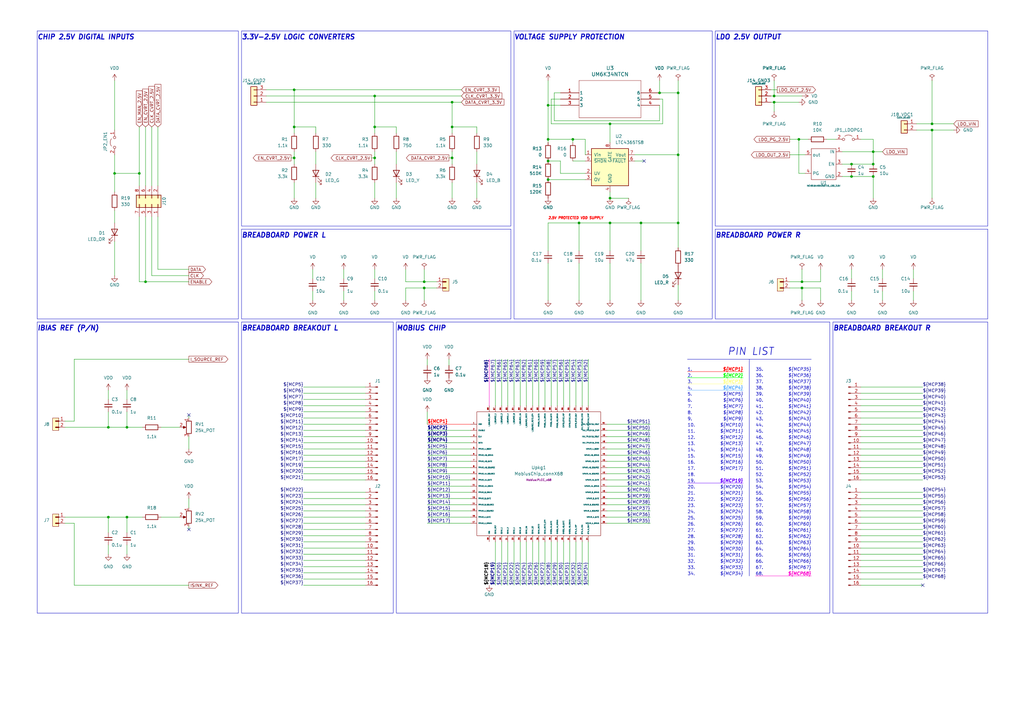
<source format=kicad_sch>
(kicad_sch (version 20250114) (generator "eeschema") (generator_version "9.0")
  (paper "A3")
  (title_block (title "MOSbiusPCB_v3b_2025") (date "2025-02-07") (rev "3.0") (company "Columbia Integrated Systems Laboratory (CISL)") (comment 1 "Simplified Breakout Board") (comment 2 "Changed Pin Assignment: P1 -> TopLeft  -> (Clockwise)"))
  (rectangle (start 99.06 12.7) (end 209.55 92.71))
  (rectangle (start 341.63 132.08) (end 405.13 251.46))
  (rectangle (start 15.24 12.7) (end 97.79 130.81))
  (rectangle (start 99.06 93.98) (end 209.55 130.81))
  (rectangle (start 15.24 132.08) (end 97.79 251.46))
  (rectangle (start 210.82 12.7) (end 292.1 130.81))
  (rectangle (start 293.37 93.98) (end 405.13 130.81))
  (rectangle (start 99.06 132.08) (end 161.29 251.46))
  (rectangle (start 162.56 132.08) (end 340.36 251.46))
  (rectangle (start 293.37 12.7) (end 405.13 92.71))
  (text "${MCP9}" (at 304.8 172.72 0) (effects (font (size 1.27 1.27) (italic yes)) (justify right bottom)))
  (text "18." (at 281.94 195.58 0) (effects (font (size 1.27 1.27)) (justify left bottom)))
  (text "${MCP61}\n" (at 332.74 218.44 0) (effects (font (size 1.27 1.27) (italic yes)) (justify right bottom)))
  (text "VOLTAGE SUPPLY PROTECTION " (at 210.82 16.51 0) (effects (font (size 2 2) (bold yes) (italic yes)) (justify left bottom)))
  (text "${MCP12}" (at 304.8 180.34 0) (effects (font (size 1.27 1.27) (italic yes)) (justify right bottom)))
  (text "65." (at 309.88 228.6 0) (effects (font (size 1.27 1.27)) (justify left bottom)))
  (text "BREADBOARD BREAKOUT R" (at 341.63 135.89 0) (effects (font (size 2 2) (bold yes) (italic yes)) (justify left bottom)))
  (text "58." (at 309.88 210.82 0) (effects (font (size 1.27 1.27)) (justify left bottom)))
  (text "39." (at 309.88 162.56 0) (effects (font (size 1.27 1.27)) (justify left bottom)))
  (text "12." (at 281.94 180.34 0) (effects (font (size 1.27 1.27)) (justify left bottom)))
  (text "55." (at 309.88 203.2 0) (effects (font (size 1.27 1.27)) (justify left bottom)))
  (text "${MCP66}\n" (at 332.74 231.14 0) (effects (font (size 1.27 1.27) (italic yes)) (justify right bottom)))
  (text "${MCP39}\n" (at 332.74 162.56 0) (effects (font (size 1.27 1.27) (italic yes)) (justify right bottom)))
  (text "${MCP55}\n" (at 332.74 203.2 0) (effects (font (size 1.27 1.27) (italic yes)) (justify right bottom)))
  (text "${MCP35}\n" (at 332.74 152.4 0) (effects (font (size 1.27 1.27) (italic yes)) (justify right bottom)))
  (text "59." (at 309.88 213.36 0) (effects (font (size 1.27 1.27)) (justify left bottom)))
  (text "${MCP57}\n" (at 332.74 208.28 0) (effects (font (size 1.27 1.27) (italic yes)) (justify right bottom)))
  (text "${MCP43}\n" (at 332.74 172.72 0) (effects (font (size 1.27 1.27) (italic yes)) (justify right bottom)))
  (text "44." (at 309.88 175.26 0) (effects (font (size 1.27 1.27)) (justify left bottom)))
  (text "1." (at 281.94 152.4 0) (effects (font (size 1.27 1.27)) (justify left bottom)))
  (text "${MCP27}" (at 304.8 218.44 0) (effects (font (size 1.27 1.27) (italic yes)) (justify right bottom)))
  (text "14." (at 281.94 185.42 0) (effects (font (size 1.27 1.27)) (justify left bottom)))
  (text "${MCP46}\n" (at 332.74 180.34 0) (effects (font (size 1.27 1.27) (italic yes)) (justify right bottom)))
  (text "19." (at 281.94 198.12 0) (effects (font (size 1.27 1.27)) (justify left bottom)))
  (text "60." (at 309.88 215.9 0) (effects (font (size 1.27 1.27)) (justify left bottom)))
  (text "${MCP44}\n" (at 332.74 175.26 0) (effects (font (size 1.27 1.27) (italic yes)) (justify right bottom)))
  (text "${MCP37}\n" (at 332.74 157.48 0) (effects (font (size 1.27 1.27) (italic yes)) (justify right bottom)))
  (text "66." (at 309.88 231.14 0) (effects (font (size 1.27 1.27)) (justify left bottom)))
  (text "41." (at 309.88 167.64 0) (effects (font (size 1.27 1.27)) (justify left bottom)))
  (text "42." (at 309.88 170.18 0) (effects (font (size 1.27 1.27)) (justify left bottom)))
  (text "31." (at 281.94 228.6 0) (effects (font (size 1.27 1.27)) (justify left bottom)))
  (text "${MCP4}" (at 304.8 160.02 0) (effects (font (size 1.27 1.27) (thickness 0.254) (bold yes) (italic yes)) (justify right bottom)))
  (text "22." (at 281.94 205.74 0) (effects (font (size 1.27 1.27)) (justify left bottom)))
  (text "BREADBOARD BREAKOUT L" (at 99.06 135.89 0) (effects (font (size 2 2) (bold yes) (italic yes)) (justify left bottom)))
  (text "${MCP18}" (at 304.8 195.58 0) (effects (font (size 1.27 1.27) (thickness 0.254) (bold yes) (italic yes)) (justify right bottom)))
  (text "2.5V PROTECTED VDD SUPPLY" (at 224.79 90.17 0) (effects (font (size 1 1) (thickness 0.4) (bold yes) (italic yes)) (justify left bottom)))
  (text "IBIAS REF (P/N)" (at 15.24 135.89 0) (effects (font (size 2 2) (bold yes) (italic yes)) (justify left bottom)))
  (text "40." (at 309.88 165.1 0) (effects (font (size 1.27 1.27)) (justify left bottom)))
  (text "${MCP7}" (at 304.8 167.64 0) (effects (font (size 1.27 1.27) (italic yes)) (justify right bottom)))
  (text "${MCP34}" (at 304.8 236.22 0) (effects (font (size 1.27 1.27) (italic yes)) (justify right bottom)))
  (text "${MCP51}\n" (at 332.74 193.04 0) (effects (font (size 1.27 1.27) (italic yes)) (justify right bottom)))
  (text "16." (at 281.94 190.5 0) (effects (font (size 1.27 1.27)) (justify left bottom)))
  (text "PIN LIST" (at 317.5 146.05 0) (effects (font (size 3 3) (thickness 0.254) (bold yes) (italic yes)) (justify right bottom)))
  (text "30." (at 281.94 226.06 0) (effects (font (size 1.27 1.27)) (justify left bottom)))
  (text "${MCP67}\n" (at 332.74 233.68 0) (effects (font (size 1.27 1.27) (italic yes)) (justify right bottom)))
  (text "67." (at 309.88 233.68 0) (effects (font (size 1.27 1.27)) (justify left bottom)))
  (text "57." (at 309.88 208.28 0) (effects (font (size 1.27 1.27)) (justify left bottom)))
  (text "2." (at 281.94 154.94 0) (effects (font (size 1.27 1.27)) (justify left bottom)))
  (text "LDO 2.5V OUTPUT" (at 293.37 16.51 0) (effects (font (size 2 2) (bold yes) (italic yes)) (justify left bottom)))
  (text "29." (at 281.94 223.52 0) (effects (font (size 1.27 1.27)) (justify left bottom)))
  (text "9." (at 281.94 172.72 0) (effects (font (size 1.27 1.27)) (justify left bottom)))
  (text "BREADBOARD POWER L" (at 99.06 97.79 0) (effects (font (size 2 2) (bold yes) (italic yes)) (justify left bottom)))
  (text "38." (at 309.88 160.02 0) (effects (font (size 1.27 1.27)) (justify left bottom)))
  (text "20." (at 281.94 200.66 0) (effects (font (size 1.27 1.27)) (justify left bottom)))
  (text "7." (at 281.94 167.64 0) (effects (font (size 1.27 1.27)) (justify left bottom)))
  (text "${MCP13}" (at 304.8 182.88 0) (effects (font (size 1.27 1.27) (italic yes)) (justify right bottom)))
  (text "${MCP29}" (at 304.8 223.52 0) (effects (font (size 1.27 1.27) (italic yes)) (justify right bottom)))
  (text "${MCP53}\n" (at 332.74 198.12 0) (effects (font (size 1.27 1.27) (italic yes)) (justify right bottom)))
  (text "46." (at 309.88 180.34 0) (effects (font (size 1.27 1.27)) (justify left bottom)))
  (text "${MCP10}" (at 304.8 175.26 0) (effects (font (size 1.27 1.27) (italic yes)) (justify right bottom)))
  (text "${MCP31}" (at 304.8 228.6 0) (effects (font (size 1.27 1.27) (italic yes)) (justify right bottom)))
  (text "${MCP3}" (at 304.8 157.48 0) (effects (font (size 1.27 1.27) (thickness 0.254) (bold yes) (italic yes)) (justify right bottom)))
  (text "15." (at 281.94 187.96 0) (effects (font (size 1.27 1.27)) (justify left bottom)))
  (text "${MCP42}\n" (at 332.74 170.18 0) (effects (font (size 1.27 1.27) (italic yes)) (justify right bottom)))
  (text "${MCP59}\n" (at 332.74 213.36 0) (effects (font (size 1.27 1.27) (italic yes)) (justify right bottom)))
  (text "56." (at 309.88 205.74 0) (effects (font (size 1.27 1.27)) (justify left bottom)))
  (text "36." (at 309.88 154.94 0) (effects (font (size 1.27 1.27)) (justify left bottom)))
  (text "23." (at 281.94 208.28 0) (effects (font (size 1.27 1.27)) (justify left bottom)))
  (text "6." (at 281.94 165.1 0) (effects (font (size 1.27 1.27)) (justify left bottom)))
  (text "${MCP14}" (at 304.8 185.42 0) (effects (font (size 1.27 1.27) (italic yes)) (justify right bottom)))
  (text "${MCP64}\n" (at 332.74 226.06 0) (effects (font (size 1.27 1.27) (italic yes)) (justify right bottom)))
  (text "11." (at 281.94 177.8 0) (effects (font (size 1.27 1.27)) (justify left bottom)))
  (text "${MCP30}" (at 304.8 226.06 0) (effects (font (size 1.27 1.27) (italic yes)) (justify right bottom)))
  (text "${MCP20}" (at 304.8 200.66 0) (effects (font (size 1.27 1.27) (italic yes)) (justify right bottom)))
  (text "${MCP17}" (at 304.8 193.04 0) (effects (font (size 1.27 1.27) (italic yes)) (justify right bottom)))
  (text "28." (at 281.94 220.98 0) (effects (font (size 1.27 1.27)) (justify left bottom)))
  (text "21." (at 281.94 203.2 0) (effects (font (size 1.27 1.27)) (justify left bottom)))
  (text "62." (at 309.88 220.98 0) (effects (font (size 1.27 1.27)) (justify left bottom)))
  (text "24." (at 281.94 210.82 0) (effects (font (size 1.27 1.27)) (justify left bottom)))
  (text "${MCP5}" (at 304.8 162.56 0) (effects (font (size 1.27 1.27) (italic yes)) (justify right bottom)))
  (text "37." (at 309.88 157.48 0) (effects (font (size 1.27 1.27)) (justify left bottom)))
  (text "48." (at 309.88 185.42 0) (effects (font (size 1.27 1.27)) (justify left bottom)))
  (text "${MCP49}\n" (at 332.74 187.96 0) (effects (font (size 1.27 1.27) (italic yes)) (justify right bottom)))
  (text "8." (at 281.94 170.18 0) (effects (font (size 1.27 1.27)) (justify left bottom)))
  (text "${MCP36}\n" (at 332.74 154.94 0) (effects (font (size 1.27 1.27) (italic yes)) (justify right bottom)))
  (text "${MCP58}\n" (at 332.74 210.82 0) (effects (font (size 1.27 1.27) (italic yes)) (justify right bottom)))
  (text "${MCP22}" (at 304.8 205.74 0) (effects (font (size 1.27 1.27) (italic yes)) (justify right bottom)))
  (text "CHIP 2.5V DIGITAL INPUTS" (at 15.24 16.51 0) (effects (font (size 2 2) (bold yes) (italic yes)) (justify left bottom)))
  (text "${MCP68}\n" (at 332.74 236.22 0) (effects (font (size 1.27 1.27) (thickness 0.254) (bold yes) (italic yes)) (justify right bottom)))
  (text "${MCP19}" (at 304.8 198.12 0) (effects (font (size 1.27 1.27) (thickness 0.254) (bold yes) (italic yes)) (justify right bottom)))
  (text "${MCP45}\n" (at 332.74 177.8 0) (effects (font (size 1.27 1.27) (italic yes)) (justify right bottom)))
  (text "${MCP50}\n" (at 332.74 190.5 0) (effects (font (size 1.27 1.27) (italic yes)) (justify right bottom)))
  (text "32." (at 281.94 231.14 0) (effects (font (size 1.27 1.27)) (justify left bottom)))
  (text "10." (at 281.94 175.26 0) (effects (font (size 1.27 1.27)) (justify left bottom)))
  (text "43." (at 309.88 172.72 0) (effects (font (size 1.27 1.27)) (justify left bottom)))
  (text "${MCP62}\n" (at 332.74 220.98 0) (effects (font (size 1.27 1.27) (italic yes)) (justify right bottom)))
  (text "${MCP1}" (at 304.8 152.4 0) (effects (font (size 1.27 1.27) (thickness 0.254) (bold yes) (italic yes)) (justify right bottom)))
  (text "${MCP38}\n" (at 332.74 160.02 0) (effects (font (size 1.27 1.27) (italic yes)) (justify right bottom)))
  (text "13." (at 281.94 182.88 0) (effects (font (size 1.27 1.27)) (justify left bottom)))
  (text "63." (at 309.88 223.52 0) (effects (font (size 1.27 1.27)) (justify left bottom)))
  (text "${MCP11}" (at 304.8 177.8 0) (effects (font (size 1.27 1.27) (italic yes)) (justify right bottom)))
  (text "${MCP23}" (at 304.8 208.28 0) (effects (font (size 1.27 1.27) (italic yes)) (justify right bottom)))
  (text "${MCP24}" (at 304.8 210.82 0) (effects (font (size 1.27 1.27) (italic yes)) (justify right bottom)))
  (text "68." (at 309.88 236.22 0) (effects (font (size 1.27 1.27)) (justify left bottom)))
  (text "45." (at 309.88 177.8 0) (effects (font (size 1.27 1.27)) (justify left bottom)))
  (text "26." (at 281.94 215.9 0) (effects (font (size 1.27 1.27)) (justify left bottom)))
  (text "${MCP48}\n" (at 332.74 185.42 0) (effects (font (size 1.27 1.27) (italic yes)) (justify right bottom)))
  (text "5." (at 281.94 162.56 0) (effects (font (size 1.27 1.27)) (justify left bottom)))
  (text "${MCP41}\n" (at 332.74 167.64 0) (effects (font (size 1.27 1.27) (italic yes)) (justify right bottom)))
  (text "35." (at 309.88 152.4 0) (effects (font (size 1.27 1.27)) (justify left bottom)))
  (text "${MCP16}" (at 304.8 190.5 0) (effects (font (size 1.27 1.27) (italic yes)) (justify right bottom)))
  (text "${MCP56}\n" (at 332.74 205.74 0) (effects (font (size 1.27 1.27) (italic yes)) (justify right bottom)))
  (text "33." (at 281.94 233.68 0) (effects (font (size 1.27 1.27)) (justify left bottom)))
  (text "${MCP26}" (at 304.8 215.9 0) (effects (font (size 1.27 1.27) (italic yes)) (justify right bottom)))
  (text "${MCP21}" (at 304.8 203.2 0) (effects (font (size 1.27 1.27) (italic yes)) (justify right bottom)))
  (text "54." (at 309.88 200.66 0) (effects (font (size 1.27 1.27)) (justify left bottom)))
  (text "64." (at 309.88 226.06 0) (effects (font (size 1.27 1.27)) (justify left bottom)))
  (text "BREADBOARD POWER R" (at 293.37 97.79 0) (effects (font (size 2 2) (bold yes) (italic yes)) (justify left bottom)))
  (text "17." (at 281.94 193.04 0) (effects (font (size 1.27 1.27)) (justify left bottom)))
  (text "${MCP52}\n" (at 332.74 195.58 0) (effects (font (size 1.27 1.27) (italic yes)) (justify right bottom)))
  (text "${MCP60}\n" (at 332.74 215.9 0) (effects (font (size 1.27 1.27) (italic yes)) (justify right bottom)))
  (text "3.3V-2.5V LOGIC CONVERTERS" (at 99.06 16.51 0) (effects (font (size 2 2) (bold yes) (italic yes)) (justify left bottom)))
  (text "47." (at 309.88 182.88 0) (effects (font (size 1.27 1.27)) (justify left bottom)))
  (text "${MCP63}\n" (at 332.74 223.52 0) (effects (font (size 1.27 1.27) (italic yes)) (justify right bottom)))
  (text "${MCP6}" (at 304.8 165.1 0) (effects (font (size 1.27 1.27) (italic yes)) (justify right bottom)))
  (text "27." (at 281.94 218.44 0) (effects (font (size 1.27 1.27)) (justify left bottom)))
  (text "${MCP40}\n" (at 332.74 165.1 0) (effects (font (size 1.27 1.27) (italic yes)) (justify right bottom)))
  (text "61." (at 309.88 218.44 0) (effects (font (size 1.27 1.27)) (justify left bottom)))
  (text "4." (at 281.94 160.02 0) (effects (font (size 1.27 1.27)) (justify left bottom)))
  (text "${MCP32}" (at 304.8 231.14 0) (effects (font (size 1.27 1.27) (italic yes)) (justify right bottom)))
  (text "52." (at 309.88 195.58 0) (effects (font (size 1.27 1.27)) (justify left bottom)))
  (text "${MCP54}\n" (at 332.74 200.66 0) (effects (font (size 1.27 1.27) (italic yes)) (justify right bottom)))
  (text "${MCP15}" (at 304.8 187.96 0) (effects (font (size 1.27 1.27) (italic yes)) (justify right bottom)))
  (text "${MCP2}" (at 304.8 154.94 0) (effects (font (size 1.27 1.27) (thickness 0.254) (bold yes) (italic yes)) (justify right bottom)))
  (text "50." (at 309.88 190.5 0) (effects (font (size 1.27 1.27)) (justify left bottom)))
  (text "25." (at 281.94 213.36 0) (effects (font (size 1.27 1.27)) (justify left bottom)))
  (text "49." (at 309.88 187.96 0) (effects (font (size 1.27 1.27)) (justify left bottom)))
  (text "${MCP25}" (at 304.8 213.36 0) (effects (font (size 1.27 1.27) (italic yes)) (justify right bottom)))
  (text "${MCP8}" (at 304.8 170.18 0) (effects (font (size 1.27 1.27) (italic yes)) (justify right bottom)))
  (text "34." (at 281.94 236.22 0) (effects (font (size 1.27 1.27)) (justify left bottom)))
  (text "53." (at 309.88 198.12 0) (effects (font (size 1.27 1.27)) (justify left bottom)))
  (text "${MCP28}" (at 304.8 220.98 0) (effects (font (size 1.27 1.27) (italic yes)) (justify right bottom)))
  (text "${MCP33}" (at 304.8 233.68 0) (effects (font (size 1.27 1.27) (italic yes)) (justify right bottom)))
  (text "51." (at 309.88 193.04 0) (effects (font (size 1.27 1.27)) (justify left bottom)))
  (text "${MCP65}\n" (at 332.74 228.6 0) (effects (font (size 1.27 1.27) (italic yes)) (justify right bottom)))
  (text "3." (at 281.94 157.48 0) (effects (font (size 1.27 1.27)) (justify left bottom)))
  (text "${MCP47}\n" (at 332.74 182.88 0) (effects (font (size 1.27 1.27) (italic yes)) (justify right bottom)))
  (text "MOBIUS CHIP\n" (at 162.56 135.89 0) (effects (font (size 2 2) (bold yes) (italic yes)) (justify left bottom)))
  (junction (at 173.99 118.11))
  (junction (at 224.79 43.18))
  (junction (at 224.79 73.66))
  (junction (at 358.14 72.39))
  (junction (at 120.65 64.77))
  (junction (at 250.19 50.8))
  (junction (at 237.49 91.44))
  (junction (at 224.79 57.15))
  (junction (at 382.27 53.34))
  (junction (at 317.5 39.37))
  (junction (at 120.65 52.07))
  (junction (at 317.5 41.91))
  (junction (at 328.93 115.57))
  (junction (at 262.89 91.44))
  (junction (at 185.42 52.07))
  (junction (at 52.07 212.09))
  (junction (at 328.93 118.11))
  (junction (at 44.45 212.09))
  (junction (at 46.99 71.12))
  (junction (at 185.42 64.77))
  (junction (at 250.19 81.28))
  (junction (at 250.19 91.44))
  (junction (at 153.67 64.77))
  (junction (at 120.65 36.83))
  (junction (at 278.13 91.44))
  (junction (at 358.14 67.31))
  (junction (at 327.66 57.15))
  (junction (at 349.25 72.39))
  (junction (at 52.07 175.26))
  (junction (at 358.14 62.23))
  (junction (at 153.67 52.07))
  (junction (at 173.99 115.57))
  (junction (at 234.95 57.15))
  (junction (at 349.25 67.31))
  (junction (at 59.69 115.57))
  (junction (at 278.13 38.1))
  (junction (at 382.27 50.8))
  (junction (at 185.42 41.91))
  (junction (at 57.15 71.12))
  (junction (at 44.45 175.26))
  (junction (at 270.51 38.1))
  (junction (at 153.67 39.37))
  (junction (at 278.13 63.5))
  (junction (at 224.79 66.04))
  (no_connect (at 264.16 66.04))
  (no_connect (at 378.46 240.03))
  (no_connect (at 77.47 217.17))
  (no_connect (at 77.47 170.18))
  (wire (pts (xy 57.15 88.9) (xy 57.15 115.57)))
  (wire (pts (xy 153.67 39.37) (xy 189.23 39.37)))
  (wire (pts (xy 52.07 223.52) (xy 52.07 227.33)))
  (wire (pts (xy 175.26 176.53) (xy 193.04 176.53)))
  (wire (pts (xy 129.54 52.07) (xy 120.65 52.07)))
  (wire (pts (xy 358.14 57.15) (xy 353.06 57.15)))
  (wire (pts (xy 237.49 91.44) (xy 237.49 102.87)))
  (wire (pts (xy 175.26 186.69) (xy 193.04 186.69)))
  (wire (pts (xy 233.68 240.03) (xy 233.68 222.25)))
  (wire (pts (xy 248.92 204.47) (xy 266.7 204.47)))
  (wire (pts (xy 240.03 71.12) (xy 229.87 71.12)))
  (wire (pts (xy 149.86 191.77) (xy 124.46 191.77)))
  (wire (pts (xy 175.26 179.07) (xy 193.04 179.07)))
  (wire (pts (xy 378.46 214.63) (xy 353.06 214.63)))
  (wire (pts (xy 203.2 222.25) (xy 203.2 240.03)))
  (wire (pts (xy 234.95 57.15) (xy 234.95 58.42)))
  (wire (pts (xy 64.77 88.9) (xy 64.77 110.49)))
  (wire (pts (xy 327.66 57.15) (xy 327.66 71.12)))
  (wire (pts (xy 153.67 52.07) (xy 153.67 54.61)))
  (wire (pts (xy 52.07 160.02) (xy 52.07 163.83)))
  (wire (pts (xy 77.47 147.32) (xy 30.48 147.32)))
  (wire (pts (xy 129.54 52.07) (xy 129.54 54.61)))
  (wire (pts (xy 128.27 123.19) (xy 128.27 119.38)))
  (wire (pts (xy 149.86 229.87) (xy 124.46 229.87)))
  (wire (pts (xy 378.46 219.71) (xy 353.06 219.71)))
  (wire (pts (xy 215.9 240.03) (xy 215.9 222.25)))
  (wire (pts (xy 250.19 91.44) (xy 262.89 91.44)))
  (wire (pts (xy 378.46 212.09) (xy 353.06 212.09)))
  (wire (pts (xy 328.93 118.11) (xy 336.55 118.11)))
  (wire (pts (xy 175.26 212.09) (xy 193.04 212.09)))
  (wire (pts (xy 173.99 118.11) (xy 173.99 123.19)))
  (wire (pts (xy 205.74 147.32) (xy 205.74 166.37)))
  (wire (pts (xy 30.48 214.63) (xy 30.48 240.03)))
  (wire (pts (xy 173.99 118.11) (xy 166.37 118.11)))
  (wire (pts (xy 185.42 41.91) (xy 189.23 41.91)))
  (wire (pts (xy 353.06 173.99) (xy 378.46 173.99)))
  (wire (pts (xy 179.07 115.57) (xy 173.99 115.57)))
  (wire (pts (xy 175.26 184.15) (xy 193.04 184.15)))
  (wire (pts (xy 149.86 163.83) (xy 124.46 163.83)))
  (wire (pts (xy 378.46 232.41) (xy 353.06 232.41)))
  (wire (pts (xy 349.25 72.39) (xy 345.44 72.39)))
  (wire (pts (xy 44.45 175.26) (xy 52.07 175.26)))
  (wire (pts (xy 26.67 175.26) (xy 44.45 175.26)))
  (wire (pts (xy 220.98 240.03) (xy 220.98 222.25)))
  (wire (pts (xy 57.15 52.07) (xy 57.15 71.12)))
  (wire (pts (xy 58.42 175.26) (xy 52.07 175.26)))
  (wire (pts (xy 162.56 52.07) (xy 162.56 54.61)))
  (polyline (pts (xy 281.94 152.4) (xy 304.8 152.4)) (stroke (width 0) (type solid) (color 255 0 0 1)))
  (wire (pts (xy 353.06 240.03) (xy 378.46 240.03)))
  (wire (pts (xy 153.67 110.49) (xy 153.67 114.3)))
  (wire (pts (xy 248.92 201.93) (xy 266.7 201.93)))
  (wire (pts (xy 77.47 179.07) (xy 77.47 184.15)))
  (wire (pts (xy 353.06 163.83) (xy 378.46 163.83)))
  (wire (pts (xy 353.06 189.23) (xy 378.46 189.23)))
  (wire (pts (xy 375.92 50.8) (xy 382.27 50.8)))
  (wire (pts (xy 316.23 39.37) (xy 317.5 39.37)))
  (wire (pts (xy 229.87 66.04) (xy 224.79 66.04)))
  (wire (pts (xy 226.06 40.64) (xy 226.06 50.8)))
  (wire (pts (xy 227.33 38.1) (xy 227.33 49.53)))
  (wire (pts (xy 149.86 222.25) (xy 124.46 222.25)))
  (wire (pts (xy 185.42 64.77) (xy 185.42 67.31)))
  (wire (pts (xy 120.65 64.77) (xy 119.38 64.77)))
  (wire (pts (xy 361.95 62.23) (xy 358.14 62.23)))
  (wire (pts (xy 378.46 227.33) (xy 353.06 227.33)))
  (wire (pts (xy 26.67 212.09) (xy 44.45 212.09)))
  (polyline (pts (xy 281.94 198.12) (xy 304.8 198.12)) (stroke (width 0) (type solid) (color 103 0 255 1)))
  (wire (pts (xy 382.27 53.34) (xy 382.27 81.28)))
  (wire (pts (xy 231.14 240.03) (xy 231.14 222.25)))
  (wire (pts (xy 62.23 88.9) (xy 62.23 113.03)))
  (wire (pts (xy 270.51 38.1) (xy 278.13 38.1)))
  (wire (pts (xy 349.25 123.19) (xy 349.25 119.38)))
  (wire (pts (xy 213.36 240.03) (xy 213.36 222.25)))
  (wire (pts (xy 62.23 52.07) (xy 62.23 76.2)))
  (wire (pts (xy 336.55 118.11) (xy 336.55 123.19)))
  (wire (pts (xy 77.47 204.47) (xy 77.47 208.28)))
  (wire (pts (xy 234.95 57.15) (xy 240.03 57.15)))
  (wire (pts (xy 77.47 217.17) (xy 77.47 215.9)))
  (wire (pts (xy 378.46 209.55) (xy 353.06 209.55)))
  (wire (pts (xy 260.35 63.5) (xy 278.13 63.5)))
  (wire (pts (xy 149.86 176.53) (xy 124.46 176.53)))
  (wire (pts (xy 361.95 110.49) (xy 361.95 114.3)))
  (wire (pts (xy 153.67 123.19) (xy 153.67 119.38)))
  (wire (pts (xy 278.13 63.5) (xy 278.13 91.44)))
  (wire (pts (xy 30.48 147.32) (xy 30.48 172.72)))
  (wire (pts (xy 129.54 74.93) (xy 129.54 81.28)))
  (wire (pts (xy 149.86 158.75) (xy 124.46 158.75)))
  (wire (pts (xy 233.68 147.32) (xy 233.68 166.37)))
  (wire (pts (xy 250.19 78.74) (xy 250.19 81.28)))
  (wire (pts (xy 382.27 33.02) (xy 382.27 50.8)))
  (wire (pts (xy 323.85 115.57) (xy 328.93 115.57)))
  (wire (pts (xy 378.46 204.47) (xy 353.06 204.47)))
  (wire (pts (xy 149.86 186.69) (xy 124.46 186.69)))
  (wire (pts (xy 328.93 115.57) (xy 336.55 115.57)))
  (wire (pts (xy 226.06 50.8) (xy 250.19 50.8)))
  (wire (pts (xy 66.04 175.26) (xy 73.66 175.26)))
  (wire (pts (xy 149.86 212.09) (xy 124.46 212.09)))
  (wire (pts (xy 44.45 227.33) (xy 44.45 223.52)))
  (wire (pts (xy 238.76 240.03) (xy 238.76 222.25)))
  (wire (pts (xy 229.87 38.1) (xy 227.33 38.1)))
  (wire (pts (xy 228.6 240.03) (xy 228.6 222.25)))
  (wire (pts (xy 185.42 41.91) (xy 185.42 52.07)))
  (wire (pts (xy 215.9 147.32) (xy 215.9 166.37)))
  (wire (pts (xy 323.85 57.15) (xy 327.66 57.15)))
  (wire (pts (xy 248.92 184.15) (xy 266.7 184.15)))
  (wire (pts (xy 149.86 227.33) (xy 124.46 227.33)))
  (wire (pts (xy 248.92 199.39) (xy 266.7 199.39)))
  (wire (pts (xy 44.45 212.09) (xy 52.07 212.09)))
  (wire (pts (xy 353.06 186.69) (xy 378.46 186.69)))
  (wire (pts (xy 270.51 43.18) (xy 270.51 49.53)))
  (wire (pts (xy 224.79 43.18) (xy 229.87 43.18)))
  (wire (pts (xy 153.67 64.77) (xy 152.4 64.77)))
  (wire (pts (xy 52.07 212.09) (xy 52.07 218.44)))
  (wire (pts (xy 149.86 232.41) (xy 124.46 232.41)))
  (wire (pts (xy 46.99 71.12) (xy 46.99 78.74)))
  (wire (pts (xy 224.79 73.66) (xy 240.03 73.66)))
  (wire (pts (xy 224.79 91.44) (xy 237.49 91.44)))
  (wire (pts (xy 248.92 186.69) (xy 266.7 186.69)))
  (wire (pts (xy 175.26 204.47) (xy 193.04 204.47)))
  (wire (pts (xy 353.06 166.37) (xy 378.46 166.37)))
  (wire (pts (xy 250.19 81.28) (xy 257.81 81.28)))
  (wire (pts (xy 208.28 147.32) (xy 208.28 166.37)))
  (wire (pts (xy 185.42 64.77) (xy 184.15 64.77)))
  (wire (pts (xy 353.06 194.31) (xy 378.46 194.31)))
  (wire (pts (xy 228.6 147.32) (xy 228.6 166.37)))
  (wire (pts (xy 224.79 57.15) (xy 224.79 58.42)))
  (wire (pts (xy 46.99 33.02) (xy 46.99 53.34)))
  (wire (pts (xy 218.44 240.03) (xy 218.44 222.25)))
  (wire (pts (xy 248.92 181.61) (xy 266.7 181.61)))
  (wire (pts (xy 262.89 91.44) (xy 278.13 91.44)))
  (polyline (pts (xy 281.94 154.94) (xy 304.8 154.94)) (stroke (width 0) (type solid) (color 0 255 0 1)))
  (wire (pts (xy 382.27 53.34) (xy 391.16 53.34)))
  (wire (pts (xy 44.45 160.02) (xy 44.45 163.83)))
  (polyline (pts (xy 281.94 147.32) (xy 332.74 147.32)) (stroke (width 0) (type solid)))
  (wire (pts (xy 149.86 204.47) (xy 124.46 204.47)))
  (wire (pts (xy 224.79 43.18) (xy 224.79 57.15)))
  (wire (pts (xy 175.26 201.93) (xy 193.04 201.93)))
  (wire (pts (xy 175.26 168.91) (xy 175.26 173.99)))
  (wire (pts (xy 149.86 196.85) (xy 124.46 196.85)))
  (wire (pts (xy 378.46 217.17) (xy 353.06 217.17)))
  (wire (pts (xy 224.79 107.95) (xy 224.79 123.19)))
  (wire (pts (xy 175.26 189.23) (xy 193.04 189.23)))
  (wire (pts (xy 358.14 67.31) (xy 349.25 67.31)))
  (wire (pts (xy 317.5 41.91) (xy 317.5 45.72)))
  (wire (pts (xy 353.06 161.29) (xy 378.46 161.29)))
  (wire (pts (xy 361.95 123.19) (xy 361.95 119.38)))
  (wire (pts (xy 77.47 170.18) (xy 77.47 171.45)))
  (wire (pts (xy 175.26 147.32) (xy 175.26 149.86)))
  (wire (pts (xy 64.77 52.07) (xy 64.77 76.2)))
  (wire (pts (xy 236.22 240.03) (xy 236.22 222.25)))
  (wire (pts (xy 378.46 234.95) (xy 353.06 234.95)))
  (wire (pts (xy 353.06 171.45) (xy 378.46 171.45)))
  (wire (pts (xy 203.2 147.32) (xy 203.2 166.37)))
  (wire (pts (xy 59.69 52.07) (xy 59.69 76.2)))
  (wire (pts (xy 317.5 33.02) (xy 317.5 39.37)))
  (wire (pts (xy 149.86 219.71) (xy 124.46 219.71)))
  (wire (pts (xy 57.15 71.12) (xy 57.15 76.2)))
  (wire (pts (xy 231.14 147.32) (xy 231.14 166.37)))
  (wire (pts (xy 264.16 66.04) (xy 260.35 66.04)))
  (wire (pts (xy 208.28 240.03) (xy 208.28 222.25)))
  (wire (pts (xy 210.82 147.32) (xy 210.82 166.37)))
  (wire (pts (xy 200.66 240.03) (xy 200.66 222.25)) (stroke (width 0) (color 255 255 255 1)))
  (wire (pts (xy 162.56 74.93) (xy 162.56 81.28)))
  (wire (pts (xy 278.13 91.44) (xy 278.13 101.6)))
  (wire (pts (xy 353.06 168.91) (xy 378.46 168.91)))
  (wire (pts (xy 250.19 50.8) (xy 271.78 50.8)))
  (wire (pts (xy 378.46 224.79) (xy 353.06 224.79)))
  (wire (pts (xy 120.65 52.07) (xy 120.65 54.61)))
  (wire (pts (xy 210.82 240.03) (xy 210.82 222.25)))
  (wire (pts (xy 318.77 36.83) (xy 316.23 36.83)))
  (wire (pts (xy 185.42 52.07) (xy 185.42 54.61)))
  (wire (pts (xy 59.69 115.57) (xy 77.47 115.57)))
  (wire (pts (xy 241.3 240.03) (xy 241.3 222.25)))
  (wire (pts (xy 46.99 91.44) (xy 46.99 86.36)))
  (wire (pts (xy 349.25 110.49) (xy 349.25 114.3)))
  (wire (pts (xy 175.26 181.61) (xy 193.04 181.61)))
  (wire (pts (xy 278.13 33.02) (xy 278.13 38.1)))
  (wire (pts (xy 195.58 52.07) (xy 195.58 54.61)))
  (wire (pts (xy 149.86 184.15) (xy 124.46 184.15)))
  (wire (pts (xy 328.93 110.49) (xy 328.93 115.57)))
  (wire (pts (xy 378.46 222.25) (xy 353.06 222.25)))
  (wire (pts (xy 378.46 229.87) (xy 353.06 229.87)))
  (wire (pts (xy 224.79 57.15) (xy 234.95 57.15)))
  (wire (pts (xy 353.06 191.77) (xy 378.46 191.77)))
  (wire (pts (xy 140.97 123.19) (xy 140.97 119.38)))
  (wire (pts (xy 220.98 147.32) (xy 220.98 166.37)))
  (wire (pts (xy 185.42 62.23) (xy 185.42 64.77)))
  (wire (pts (xy 317.5 41.91) (xy 316.23 41.91)))
  (wire (pts (xy 149.86 179.07) (xy 124.46 179.07)))
  (wire (pts (xy 184.15 147.32) (xy 184.15 149.86)))
  (wire (pts (xy 44.45 168.91) (xy 44.45 175.26)))
  (wire (pts (xy 77.47 240.03) (xy 30.48 240.03)))
  (wire (pts (xy 378.46 201.93) (xy 353.06 201.93)))
  (wire (pts (xy 179.07 118.11) (xy 173.99 118.11)))
  (polyline (pts (xy 281.94 160.02) (xy 304.8 160.02)) (stroke (width 0) (type solid) (color 90 173 255 1)))
  (wire (pts (xy 278.13 38.1) (xy 278.13 63.5)))
  (wire (pts (xy 149.86 240.03) (xy 124.46 240.03)))
  (polyline (pts (xy 281.94 157.48) (xy 304.8 157.48)) (stroke (width 0) (type solid) (color 255 255 124 1)))
  (wire (pts (xy 237.49 107.95) (xy 237.49 123.19)))
  (wire (pts (xy 175.26 209.55) (xy 193.04 209.55)))
  (wire (pts (xy 248.92 176.53) (xy 266.7 176.53)))
  (wire (pts (xy 229.87 40.64) (xy 226.06 40.64)))
  (wire (pts (xy 149.86 217.17) (xy 124.46 217.17)))
  (wire (pts (xy 166.37 110.49) (xy 166.37 115.57)))
  (wire (pts (xy 358.14 72.39) (xy 358.14 81.28)))
  (wire (pts (xy 248.92 214.63) (xy 266.7 214.63)))
  (wire (pts (xy 248.92 209.55) (xy 266.7 209.55)))
  (wire (pts (xy 240.03 63.5) (xy 240.03 57.15)))
  (wire (pts (xy 52.07 175.26) (xy 52.07 168.91)))
  (wire (pts (xy 375.92 53.34) (xy 382.27 53.34)))
  (wire (pts (xy 226.06 147.32) (xy 226.06 166.37)))
  (polyline (pts (xy 281.94 195.58) (xy 304.8 195.58)) (stroke (width 0) (type solid) (color 255 255 255 1)))
  (wire (pts (xy 46.99 63.5) (xy 46.99 71.12)))
  (wire (pts (xy 248.92 196.85) (xy 266.7 196.85)))
  (wire (pts (xy 317.5 39.37) (xy 328.93 39.37)))
  (wire (pts (xy 358.14 72.39) (xy 349.25 72.39)))
  (wire (pts (xy 250.19 107.95) (xy 250.19 123.19)))
  (wire (pts (xy 200.66 147.32) (xy 200.66 166.37)) (stroke (width 0) (color 251 0 201 1)))
  (wire (pts (xy 327.66 41.91) (xy 317.5 41.91)))
  (wire (pts (xy 238.76 147.32) (xy 238.76 166.37)))
  (wire (pts (xy 149.86 168.91) (xy 124.46 168.91)))
  (wire (pts (xy 149.86 214.63) (xy 124.46 214.63)))
  (wire (pts (xy 353.06 179.07) (xy 378.46 179.07)))
  (wire (pts (xy 323.85 118.11) (xy 328.93 118.11)))
  (wire (pts (xy 241.3 147.32) (xy 241.3 166.37)))
  (wire (pts (xy 234.95 66.04) (xy 240.03 66.04)))
  (wire (pts (xy 185.42 74.93) (xy 185.42 81.28)))
  (wire (pts (xy 30.48 214.63) (xy 26.67 214.63)))
  (wire (pts (xy 120.65 36.83) (xy 120.65 52.07)))
  (wire (pts (xy 175.26 191.77) (xy 193.04 191.77)))
  (wire (pts (xy 149.86 171.45) (xy 124.46 171.45)))
  (wire (pts (xy 153.67 64.77) (xy 153.67 67.31)))
  (wire (pts (xy 250.19 91.44) (xy 250.19 102.87)))
  (wire (pts (xy 213.36 147.32) (xy 213.36 166.37)))
  (wire (pts (xy 173.99 115.57) (xy 166.37 115.57)))
  (wire (pts (xy 149.86 201.93) (xy 124.46 201.93)))
  (wire (pts (xy 73.66 212.09) (xy 66.04 212.09)))
  (wire (pts (xy 166.37 118.11) (xy 166.37 123.19)))
  (wire (pts (xy 129.54 62.23) (xy 129.54 67.31)))
  (wire (pts (xy 227.33 49.53) (xy 270.51 49.53)))
  (wire (pts (xy 149.86 237.49) (xy 124.46 237.49)))
  (wire (pts (xy 185.42 52.07) (xy 195.58 52.07)))
  (wire (pts (xy 64.77 110.49) (xy 77.47 110.49)))
  (wire (pts (xy 328.93 118.11) (xy 328.93 123.19)))
  (wire (pts (xy 52.07 212.09) (xy 58.42 212.09)))
  (wire (pts (xy 175.26 196.85) (xy 193.04 196.85)))
  (wire (pts (xy 353.06 184.15) (xy 378.46 184.15)))
  (wire (pts (xy 205.74 240.03) (xy 205.74 222.25)))
  (wire (pts (xy 262.89 107.95) (xy 262.89 123.19)))
  (wire (pts (xy 224.79 33.02) (xy 224.79 43.18)))
  (wire (pts (xy 120.65 64.77) (xy 120.65 67.31)))
  (wire (pts (xy 44.45 212.09) (xy 44.45 218.44)))
  (wire (pts (xy 248.92 189.23) (xy 266.7 189.23)))
  (wire (pts (xy 120.65 74.93) (xy 120.65 81.28)))
  (wire (pts (xy 175.26 207.01) (xy 193.04 207.01)))
  (wire (pts (xy 353.06 181.61) (xy 378.46 181.61)))
  (wire (pts (xy 173.99 110.49) (xy 173.99 115.57)))
  (wire (pts (xy 327.66 57.15) (xy 331.47 57.15)))
  (wire (pts (xy 223.52 147.32) (xy 223.52 166.37)))
  (wire (pts (xy 109.22 39.37) (xy 153.67 39.37)))
  (wire (pts (xy 349.25 67.31) (xy 345.44 67.31)))
  (wire (pts (xy 153.67 52.07) (xy 162.56 52.07)))
  (wire (pts (xy 218.44 147.32) (xy 218.44 166.37)))
  (wire (pts (xy 330.2 71.12) (xy 327.66 71.12)))
  (wire (pts (xy 149.86 234.95) (xy 124.46 234.95)))
  (wire (pts (xy 175.26 173.99) (xy 193.04 173.99)) (stroke (width 0) (color 255 0 0 1)))
  (wire (pts (xy 149.86 194.31) (xy 124.46 194.31)))
  (wire (pts (xy 248.92 207.01) (xy 266.7 207.01)))
  (wire (pts (xy 358.14 62.23) (xy 358.14 67.31)))
  (wire (pts (xy 378.46 237.49) (xy 353.06 237.49)))
  (wire (pts (xy 149.86 209.55) (xy 124.46 209.55)))
  (wire (pts (xy 248.92 173.99) (xy 266.7 173.99)))
  (wire (pts (xy 109.22 36.83) (xy 120.65 36.83)))
  (wire (pts (xy 278.13 116.84) (xy 278.13 123.19)))
  (wire (pts (xy 248.92 194.31) (xy 266.7 194.31)))
  (wire (pts (xy 46.99 99.06) (xy 46.99 113.03)))
  (wire (pts (xy 374.65 110.49) (xy 374.65 114.3)))
  (wire (pts (xy 224.79 91.44) (xy 224.79 102.87)))
  (wire (pts (xy 149.86 181.61) (xy 124.46 181.61)))
  (wire (pts (xy 237.49 91.44) (xy 250.19 91.44)))
  (wire (pts (xy 195.58 62.23) (xy 195.58 67.31)))
  (wire (pts (xy 323.85 63.5) (xy 330.2 63.5)))
  (wire (pts (xy 149.86 189.23) (xy 124.46 189.23)))
  (wire (pts (xy 236.22 147.32) (xy 236.22 166.37)))
  (wire (pts (xy 140.97 110.49) (xy 140.97 114.3)))
  (wire (pts (xy 175.26 194.31) (xy 193.04 194.31)))
  (wire (pts (xy 149.86 224.79) (xy 124.46 224.79)))
  (polyline (pts (xy 307.34 147.32) (xy 307.34 236.22)) (stroke (width 0) (type solid)))
  (polyline (pts (xy 309.88 236.22) (xy 332.74 236.22)) (stroke (width 0) (type solid) (color 251 0 201 1)))
  (wire (pts (xy 175.26 214.63) (xy 193.04 214.63)))
  (wire (pts (xy 353.06 158.75) (xy 378.46 158.75)))
  (wire (pts (xy 46.99 71.12) (xy 57.15 71.12)))
  (wire (pts (xy 153.67 39.37) (xy 153.67 52.07)))
  (wire (pts (xy 149.86 173.99) (xy 124.46 173.99)))
  (wire (pts (xy 336.55 110.49) (xy 336.55 115.57)))
  (wire (pts (xy 223.52 240.03) (xy 223.52 222.25)))
  (wire (pts (xy 175.26 199.39) (xy 193.04 199.39)))
  (wire (pts (xy 62.23 113.03) (xy 77.47 113.03)))
  (wire (pts (xy 120.65 62.23) (xy 120.65 64.77)))
  (wire (pts (xy 271.78 50.8) (xy 271.78 40.64)))
  (wire (pts (xy 229.87 71.12) (xy 229.87 66.04)))
  (wire (pts (xy 109.22 41.91) (xy 185.42 41.91)))
  (wire (pts (xy 250.19 50.8) (xy 250.19 58.42)))
  (wire (pts (xy 248.92 212.09) (xy 266.7 212.09)))
  (wire (pts (xy 153.67 62.23) (xy 153.67 64.77)))
  (wire (pts (xy 378.46 207.01) (xy 353.06 207.01)))
  (wire (pts (xy 262.89 91.44) (xy 262.89 102.87)))
  (wire (pts (xy 353.06 176.53) (xy 378.46 176.53)))
  (wire (pts (xy 339.09 57.15) (xy 342.9 57.15)))
  (wire (pts (xy 57.15 115.57) (xy 59.69 115.57)))
  (wire (pts (xy 248.92 179.07) (xy 266.7 179.07)))
  (wire (pts (xy 382.27 50.8) (xy 391.16 50.8)))
  (wire (pts (xy 358.14 57.15) (xy 358.14 62.23)))
  (wire (pts (xy 30.48 172.72) (xy 26.67 172.72)))
  (wire (pts (xy 153.67 74.93) (xy 153.67 81.28)))
  (wire (pts (xy 149.86 166.37) (xy 124.46 166.37)))
  (wire (pts (xy 374.65 123.19) (xy 374.65 119.38)))
  (wire (pts (xy 162.56 62.23) (xy 162.56 67.31)))
  (wire (pts (xy 270.51 33.02) (xy 270.51 38.1)))
  (wire (pts (xy 59.69 88.9) (xy 59.69 115.57)))
  (wire (pts (xy 226.06 240.03) (xy 226.06 222.25)))
  (wire (pts (xy 358.14 62.23) (xy 345.44 62.23)))
  (wire (pts (xy 195.58 74.93) (xy 195.58 81.28)))
  (wire (pts (xy 149.86 207.01) (xy 124.46 207.01)))
  (wire (pts (xy 271.78 40.64) (xy 270.51 40.64)))
  (wire (pts (xy 120.65 36.83) (xy 189.23 36.83)))
  (wire (pts (xy 248.92 191.77) (xy 266.7 191.77)))
  (wire (pts (xy 128.27 110.49) (xy 128.27 114.3)))
  (wire (pts (xy 353.06 196.85) (xy 378.46 196.85)))
  (wire (pts (xy 149.86 161.29) (xy 124.46 161.29)))
  (label "${MCP32}" (at 124.46 227.33 180))
  (label "${MCP38}" (at 378.46 158.75 0))
  (label "${MCP22}" (at 210.82 240.03 90))
  (label "${MCP21}" (at 124.46 196.85 180))
  (label "${MCP50}" (at 266.7 176.53 180))
  (label "${MCP26}" (at 124.46 212.09 180))
  (label "${MCP67}" (at 203.2 147.32 270))
  (label "${MCP23}" (at 213.36 240.03 90))
  (label "${MCP66}" (at 378.46 232.41 0))
  (label "${MCP4}" (at 175.26 181.61 0) (effects (font (thickness 0.254) (bold yes))))
  (label "${MCP18}" (at 200.66 240.03 90) (effects (font (thickness 0.254) (bold yes))))
  (label "${MCP53}" (at 238.76 147.32 270))
  (label "${MCP8}" (at 124.46 166.37 180))
  (label "${MCP67}" (at 378.46 234.95 0))
  (label "${MCP44}" (at 266.7 191.77 180))
  (label "${MCP29}" (at 228.6 240.03 90))
  (label "${MCP23}" (at 124.46 204.47 180))
  (label "${MCP46}" (at 378.46 179.07 0))
  (label "${MCP25}" (at 218.44 240.03 90))
  (label "${MCP33}" (at 238.76 240.03 90))
  (label "${MCP14}" (at 175.26 207.01 0))
  (label "${MCP50}" (at 378.46 189.23 0))
  (label "${MCP39}" (at 266.7 204.47 180))
  (label "${MCP31}" (at 233.68 240.03 90))
  (label "${MCP49}" (at 266.7 179.07 180))
  (label "${MCP10}" (at 124.46 171.45 180))
  (label "${MCP64}" (at 210.82 147.32 270))
  (label "${MCP7}" (at 175.26 189.23 0))
  (label "${MCP49}" (at 378.46 186.69 0))
  (label "${MCP42}" (at 378.46 168.91 0))
  (label "${MCP11}" (at 124.46 173.99 180))
  (label "${MCP59}" (at 378.46 214.63 0))
  (label "${MCP56}" (at 378.46 207.01 0))
  (label "${MCP47}" (at 266.7 184.15 180))
  (label "${MCP24}" (at 215.9 240.03 90))
  (label "${MCP41}" (at 378.46 166.37 0))
  (label "${MCP12}" (at 124.46 176.53 180))
  (label "${MCP60}" (at 378.46 217.17 0))
  (label "${MCP6}" (at 124.46 161.29 180))
  (label "${MCP25}" (at 124.46 209.55 180))
  (label "${MCP45}" (at 378.46 176.53 0))
  (label "${MCP43}" (at 266.7 194.31 180))
  (label "${MCP19}" (at 203.2 240.03 90) (effects (font (thickness 0.254) (bold yes))))
  (label "${MCP1}" (at 175.26 173.99 0) (effects (font (thickness 0.254) (bold yes))))
  (label "${MCP41}" (at 266.7 199.39 180))
  (label "${MCP27}" (at 124.46 214.63 180))
  (label "${MCP58}" (at 378.46 212.09 0))
  (label "${MCP20}" (at 205.74 240.03 90))
  (label "${MCP12}" (at 175.26 201.93 0))
  (label "${MCP57}" (at 228.6 147.32 270))
  (label "${MCP52}" (at 241.3 147.32 270))
  (label "${MCP65}" (at 378.46 229.87 0))
  (label "${MCP56}" (at 231.14 147.32 270))
  (label "${MCP36}" (at 266.7 212.09 180))
  (label "${MCP66}" (at 205.74 147.32 270))
  (label "${MCP55}" (at 233.68 147.32 270))
  (label "${MCP21}" (at 208.28 240.03 90))
  (label "${MCP51}" (at 266.7 173.99 180))
  (label "${MCP40}" (at 378.46 163.83 0))
  (label "${MCP38}" (at 266.7 207.01 180))
  (label "${MCP5}" (at 124.46 158.75 180))
  (label "${MCP68}" (at 378.46 237.49 0))
  (label "${MCP33}" (at 124.46 229.87 180))
  (label "${MCP19}" (at 124.46 191.77 180))
  (label "${MCP9}" (at 124.46 168.91 180))
  (label "${MCP29}" (at 124.46 219.71 180))
  (label "${MCP58}" (at 226.06 147.32 270))
  (label "${MCP20}" (at 124.46 194.31 180))
  (label "${MCP17}" (at 124.46 189.23 180))
  (label "${MCP32}" (at 236.22 240.03 90))
  (label "${MCP30}" (at 124.46 222.25 180))
  (label "${MCP63}" (at 378.46 224.79 0))
  (label "${MCP40}" (at 266.7 201.93 180))
  (label "${MCP8}" (at 175.26 191.77 0))
  (label "${MCP54}" (at 236.22 147.32 270))
  (label "${MCP43}" (at 378.46 171.45 0))
  (label "${MCP3}" (at 175.26 179.07 0) (effects (font (thickness 0.254) (bold yes))))
  (label "${MCP16}" (at 175.26 212.09 0))
  (label "${MCP37}" (at 266.7 209.55 180))
  (label "${MCP10}" (at 175.26 196.85 0))
  (label "${MCP34}" (at 241.3 240.03 90))
  (label "${MCP51}" (at 378.46 191.77 0))
  (label "${MCP54}" (at 378.46 201.93 0))
  (label "${MCP15}" (at 124.46 184.15 180))
  (label "${MCP22}" (at 124.46 201.93 180))
  (label "${MCP5}" (at 175.26 184.15 0))
  (label "${MCP48}" (at 378.46 184.15 0))
  (label "${MCP9}" (at 175.26 194.31 0))
  (label "${MCP55}" (at 378.46 204.47 0))
  (label "${MCP46}" (at 266.7 186.69 180))
  (label "${MCP28}" (at 124.46 217.17 180))
  (label "${MCP17}" (at 175.26 214.63 0))
  (label "${MCP27}" (at 223.52 240.03 90))
  (label "${MCP15}" (at 175.26 209.55 0))
  (label "${MCP7}" (at 124.46 163.83 180))
  (label "${MCP31}" (at 124.46 224.79 180))
  (label "${MCP48}" (at 266.7 181.61 180))
  (label "${MCP44}" (at 378.46 173.99 0))
  (label "${MCP52}" (at 378.46 194.31 0))
  (label "${MCP60}" (at 220.98 147.32 270))
  (label "${MCP63}" (at 213.36 147.32 270))
  (label "${MCP42}" (at 266.7 196.85 180))
  (label "${MCP30}" (at 231.14 240.03 90))
  (label "${MCP34}" (at 124.46 232.41 180))
  (label "${MCP26}" (at 220.98 240.03 90))
  (label "${MCP53}" (at 378.46 196.85 0))
  (label "${MCP24}" (at 124.46 207.01 180))
  (label "${MCP14}" (at 124.46 181.61 180))
  (label "${MCP59}" (at 223.52 147.32 270))
  (label "${MCP35}" (at 124.46 234.95 180))
  (label "${MCP36}" (at 124.46 237.49 180))
  (label "${MCP61}" (at 378.46 219.71 0))
  (label "${MCP64}" (at 378.46 227.33 0))
  (label "${MCP61}" (at 218.44 147.32 270))
  (label "${MCP35}" (at 266.7 214.63 180))
  (label "${MCP16}" (at 124.46 186.69 180))
  (label "${MCP39}" (at 378.46 161.29 0))
  (label "${MCP2}" (at 175.26 176.53 0) (effects (font (thickness 0.254) (bold yes))))
  (label "${MCP11}" (at 175.26 199.39 0))
  (label "${MCP6}" (at 175.26 186.69 0))
  (label "${MCP13}" (at 124.46 179.07 180))
  (label "${MCP62}" (at 378.46 222.25 0))
  (label "${MCP47}" (at 378.46 181.61 0))
  (label "${MCP37}" (at 124.46 240.03 180))
  (label "${MCP65}" (at 208.28 147.32 270))
  (label "${MCP45}" (at 266.7 189.23 180))
  (label "${MCP57}" (at 378.46 209.55 0))
  (label "${MCP62}" (at 215.9 147.32 270))
  (label "${MCP68}" (at 200.66 147.32 270) (effects (font (thickness 0.254) (bold yes))))
  (label "${MCP28}" (at 226.06 240.03 90))
  (label "${MCP13}" (at 175.26 204.47 0))
  (global_label "EN_CVRT_2.5V" (shape output) (at 119.38 64.77 180) (property "Intersheetrefs" "${INTERSHEET_REFS}" (effects (hide yes))))
  (global_label "CLK" (shape output) (at 77.47 113.03 0) (property "Intersheetrefs" "${INTERSHEET_REFS}" (effects (hide yes))))
  (global_label "DATA_CVRT_2.5V" (shape output) (at 184.15 64.77 180) (property "Intersheetrefs" "${INTERSHEET_REFS}" (effects (hide yes))))
  (global_label "ISINK_REF" (shape output) (at 77.47 240.03 0) (property "Intersheetrefs" "${INTERSHEET_REFS}" (effects (hide yes))))
  (global_label "I_SOURCE_REF" (shape output) (at 77.47 147.32 0) (property "Intersheetrefs" "${INTERSHEET_REFS}" (effects (hide yes))))
  (global_label "CLK_CVRT_2.5V" (shape output) (at 152.4 64.77 180) (property "Intersheetrefs" "${INTERSHEET_REFS}" (effects (hide yes))))
  (global_label "CLK_CVRT_2.5V" (shape input) (at 62.23 52.07 90) (property "Intersheetrefs" "${INTERSHEET_REFS}" (effects (hide yes))))
  (global_label "CLK_CVRT_3.3V" (shape input) (at 189.23 39.37 0) (property "Intersheetrefs" "${INTERSHEET_REFS}" (effects (hide yes))))
  (global_label "DATA_CVRT_3.3V" (shape input) (at 189.23 41.91 0) (property "Intersheetrefs" "${INTERSHEET_REFS}" (effects (hide yes))))
  (global_label "EN_CVRT_2.5V" (shape input) (at 59.69 52.07 90) (property "Intersheetrefs" "${INTERSHEET_REFS}" (effects (hide yes))))
  (global_label "EN_MAN_2.5V" (shape input) (at 57.15 52.07 90) (property "Intersheetrefs" "${INTERSHEET_REFS}" (effects (hide yes))))
  (global_label "LDO_OUT_2.5V" (shape output) (at 323.85 63.5 180) (property "Intersheetrefs" "${INTERSHEET_REFS}" (effects (hide yes))))
  (global_label "DATA" (shape output) (at 77.47 110.49 0) (property "Intersheetrefs" "${INTERSHEET_REFS}" (effects (hide yes))))
  (global_label "LDO_OUT_2.5V" (shape output) (at 318.77 36.83 0) (property "Intersheetrefs" "${INTERSHEET_REFS}" (effects (hide yes))))
  (global_label "LDO_VIN" (shape input) (at 391.16 50.8 0) (property "Intersheetrefs" "${INTERSHEET_REFS}" (effects (hide yes))))
  (global_label "LDO_VIN" (shape input) (at 361.95 62.23 0) (property "Intersheetrefs" "${INTERSHEET_REFS}" (effects (hide yes))))
  (global_label "LDO_PG_2.5V" (shape output) (at 323.85 57.15 180) (property "Intersheetrefs" "${INTERSHEET_REFS}" (effects (hide yes))))
  (global_label "EN_CVRT_3.3V" (shape input) (at 189.23 36.83 0) (property "Intersheetrefs" "${INTERSHEET_REFS}" (effects (hide yes))))
  (global_label "DATA_CVRT_2.5V" (shape input) (at 64.77 52.07 90) (property "Intersheetrefs" "${INTERSHEET_REFS}" (effects (hide yes))))
  (global_label "ENABLE" (shape output) (at 77.47 115.57 0) (property "Intersheetrefs" "${INTERSHEET_REFS}" (effects (hide yes))))
  (symbol (lib_id "PCM_SL_Pin_Headers:PINHD_1x2_Male") (at 182.88 116.84 0) (unit 1)
    (property "Reference" "J5" (at 185.42 115.57 0) (effects (justify left)))
    (property "Value" "PINHD_1x2_Male" (effects (hide yes)))
    (property "Footprint" "Connector_PinHeader_2.54mm:PinHeader_1x02_P2.54mm_Vertical" (effects (hide yes)))
  )
  (symbol (lib_id "Symbols-Library:C_Small") (at 140.97 116.84 0) (unit 1)
    (property "Reference" "C9" (at 142.24 114.3 0) (effects (justify left)))
    (property "Value" "1u" (at 142.24 119.38 0) (effects (justify left)))
    (property "Footprint" "Capacitor_SMD:C_0603_1608Metric" (effects (hide yes)))
  )
  (symbol (lib_id "PCM_SL_Pin_Headers:PINHD_1x2_Male") (at 22.86 173.99 0) (mirror y) (unit 1)
    (property "Reference" "J8" (at 20.32 173.99 0) (effects (justify left)))
    (property "Value" "PINHD_1x2_Male" (effects (hide yes)))
    (property "Footprint" "Connector_PinHeader_2.54mm:PinHeader_1x02_P2.54mm_Vertical" (effects (hide yes)))
  )
  (symbol (lib_id "power:PWR_FLAG") (at 317.5 33.02 0) (unit 1)
    (property "Reference" "#FLG07" (effects (hide yes)))
    (property "Value" "PWR_FLAG" (at 317.5 27.94 0))
  )
  (symbol (lib_id "Symbols-Library:R_1206") (at 185.42 58.42 0) (unit 1)
    (property "Reference" "R5" (at 182.88 57.15 0) (effects (justify right)))
    (property "Value" "1.1k" (at 182.88 59.69 0) (effects (justify right)))
    (property "Footprint" "Resistor_SMD:R_0603_1608Metric" (effects (hide yes)))
  )
  (symbol (lib_id "Symbols-Library:C_Small") (at 128.27 116.84 0) (unit 1)
    (property "Reference" "C12" (at 129.54 114.3 0) (effects (justify left)))
    (property "Value" "10u" (at 129.54 119.38 0) (effects (justify left)))
    (property "Footprint" "Capacitor_SMD:C_0603_1608Metric" (effects (hide yes)))
  )
  (symbol (lib_id "power:VD") (at 374.65 110.49 0) (unit 1)
    (property "Reference" "#PWR032" (effects (hide yes)))
    (property "Value" "VD" (at 374.65 105.41 0))
  )
  (symbol (lib_id "power:GND") (at 250.19 81.28 0) (mirror y) (unit 1)
    (property "Reference" "#PWR036" (effects (hide yes)))
    (property "Value" "GND" (at 250.19 85.09 0))
  )
  (symbol (lib_id "Symbols-Library:LED") (at 129.54 71.12 90) (unit 1)
    (property "Reference" "D2" (at 133.35 71.4375 90) (effects (justify right)))
    (property "Value" "LED_G" (at 133.35 73.9775 90) (effects (justify right)))
    (property "Footprint" "E6350_23:SunLED_LED_XZC_0805" (effects (hide yes)))
  )
  (symbol (lib_id "Symbols-Library:R_1206") (at 185.42 71.12 0) (unit 1)
    (property "Reference" "R6" (at 182.88 69.85 0) (effects (justify right)))
    (property "Value" "3.3k" (at 182.88 72.39 0) (effects (justify right)))
    (property "Footprint" "Resistor_SMD:R_0603_1608Metric" (effects (hide yes)))
  )
  (symbol (lib_id "Symbols-Library:C_Small") (at 44.45 166.37 0) (unit 1)
    (property "Reference" "C3" (at 45.72 163.83 0) (effects (justify left)))
    (property "Value" "0.1u" (at 45.72 168.91 0) (effects (justify left)))
    (property "Footprint" "Capacitor_SMD:C_0603_1608Metric" (effects (hide yes)))
  )
  (symbol (lib_id "power:GND") (at 327.66 41.91 90) (mirror x) (unit 1)
    (property "Reference" "#PWR054" (effects (hide yes)))
    (property "Value" "GND" (at 331.47 41.91 90) (effects (justify right)))
  )
  (symbol (lib_id "Symbols-Library:C_Small") (at 358.14 69.85 0) (unit 1)
    (property "Reference" "C5" (at 360.68 68.5863 0) (effects (justify left)))
    (property "Value" "10u" (at 360.68 71.1263 0) (effects (justify left)))
    (property "Footprint" "Capacitor_SMD:C_0603_1608Metric" (effects (hide yes)))
  )
  (symbol (lib_id "Symbols-Library:R_1206") (at 335.28 57.15 90) (mirror x) (unit 1)
    (property "Reference" "R10" (at 335.28 50.8 90))
    (property "Value" "10K" (at 335.28 53.34 90))
    (property "Footprint" "Resistor_SMD:R_0603_1608Metric" (effects (hide yes)))
  )
  (symbol (lib_id "power:PWR_FLAG") (at 382.27 81.28 180) (unit 1)
    (property "Reference" "#FLG03" (effects (hide yes)))
    (property "Value" "PWR_FLAG" (at 382.27 85.09 0))
  )
  (symbol (lib_id "Symbols-Library:C_Small") (at 224.79 105.41 0) (mirror y) (unit 1)
    (property "Reference" "C17" (at 222.25 104.1463 0) (effects (justify left)))
    (property "Value" "0.1u" (at 222.25 106.6863 0) (effects (justify left)))
    (property "Footprint" "Capacitor_SMD:C_0603_1608Metric" (effects (hide yes)))
  )
  (symbol (lib_id "Symbols-Library:LED") (at 46.99 95.25 270) (mirror x) (unit 1)
    (property "Reference" "D1" (at 43.18 95.5675 90) (effects (justify right)))
    (property "Value" "LED_OR" (at 43.18 98.1075 90) (effects (justify right)))
    (property "Footprint" "E6350_23:SunLED_LED_XZC_0805" (effects (hide yes)))
  )
  (symbol (lib_id "Symbols-Library:R_1206") (at 129.54 58.42 0) (mirror y) (unit 1)
    (property "Reference" "R7" (at 132.08 57.1499 0) (effects (justify right)))
    (property "Value" "330" (at 132.08 59.6899 0) (effects (justify right)))
    (property "Footprint" "Resistor_SMD:R_0603_1608Metric" (effects (hide yes)))
  )
  (symbol (lib_id "Symbols-Library:R_1206") (at 234.95 62.23 0) (unit 1)
    (property "Reference" "R16" (at 232.41 60.96 0) (effects (justify right)))
    (property "Value" "0" (at 232.41 63.5 0) (effects (justify right)))
    (property "Footprint" "Resistor_SMD:R_0603_1608Metric" (effects (hide yes)))
  )
  (symbol (lib_id "Connector:Conn_01x16_Pin") (at 154.94 176.53 0) (mirror y) (unit 1)
    (property "Reference" "J1" (at 154.94 156.21 0))
    (property "Value" "Conn_01x16_Pin" (effects (hide yes)))
    (property "Footprint" "Connector_PinHeader_2.54mm:PinHeader_1x16_P2.54mm_Vertical" (effects (hide yes)))
  )
  (symbol (lib_id "Symbols-Library:LED") (at 278.13 113.03 270) (mirror x) (unit 1)
    (property "Reference" "D5" (at 274.32 113.3475 90) (effects (justify right)))
    (property "Value" "LED_R" (at 274.32 115.8875 90) (effects (justify right)))
    (property "Footprint" "E6350_23:SunLED_LED_XZC_0805" (effects (hide yes)))
  )
  (symbol (lib_id "power:VDD") (at 52.07 160.02 0) (unit 1)
    (property "Reference" "#PWR013" (effects (hide yes)))
    (property "Value" "VDD" (at 52.07 154.94 0))
  )
  (symbol (lib_id "Symbols-Library:C_Small") (at 44.45 220.98 0) (unit 1)
    (property "Reference" "C2" (at 45.72 218.44 0) (effects (justify left)))
    (property "Value" "0.1u" (at 45.72 223.52 0) (effects (justify left)))
    (property "Footprint" "Capacitor_SMD:C_0603_1608Metric" (effects (hide yes)))
  )
  (symbol (lib_id "Symbols-Library:Conn_01x02") (at 370.84 50.8 0) (mirror y) (unit 1)
    (property "Reference" "J18_VDC1" (at 374.65 46.99 0) (effects (justify left)))
    (property "Value" "Conn_01x02" (at 373.38 48.26 0) (effects (font (size 0.6 0.6)) (justify left)))
    (property "Footprint" "Connector_PinHeader_2.54mm:PinHeader_1x02_P2.54mm_Vertical" (effects (hide yes)))
  )
  (symbol (lib_id "Power_Management:LTC4365TS8") (at 250.19 68.58 0) (unit 1)
    (property "Reference" "U2" (at 252.3841 55.88 0) (effects (justify left)))
    (property "Value" "LTC4365TS8" (at 252.3841 58.42 0) (effects (justify left)))
    (property "Footprint" "E6350_23:TSOT-23_TS8_LIT" (effects (hide yes)))
    (property "Datasheet" "https://www.analog.com/media/en/technical-documentation/data-sheets/4365fa.pdf" (effects (hide yes)))
  )
  (symbol (lib_id "power:GND") (at 162.56 81.28 0) (unit 1)
    (property "Reference" "#PWR06" (effects (hide yes)))
    (property "Value" "GND" (at 162.56 85.09 0))
  )
  (symbol (lib_id "Symbols-Library:R_1206") (at 153.67 58.42 0) (unit 1)
    (property "Reference" "R3" (at 151.13 57.15 0) (effects (justify right)))
    (property "Value" "1.1k" (at 151.13 59.69 0) (effects (justify right)))
    (property "Footprint" "Resistor_SMD:R_0603_1608Metric" (effects (hide yes)))
  )
  (symbol (lib_id "power:GND") (at 153.67 123.19 0) (mirror y) (unit 1)
    (property "Reference" "#PWR031" (effects (hide yes)))
    (property "Value" "GND" (at 153.67 128.27 0))
  )
  (symbol (lib_id "Symbols-Library:C_Small") (at 374.65 116.84 0) (mirror y) (unit 1)
    (property "Reference" "C14" (at 373.38 114.3 0) (effects (justify left)))
    (property "Value" "10u" (at 373.38 119.38 0) (effects (justify left)))
    (property "Footprint" "Capacitor_SMD:C_0603_1608Metric" (effects (hide yes)))
  )
  (symbol (lib_id "power:VD") (at 349.25 110.49 0) (unit 1)
    (property "Reference" "#PWR028" (effects (hide yes)))
    (property "Value" "VD" (at 349.25 105.41 0))
  )
  (symbol (lib_id "power:PWR_FLAG") (at 382.27 33.02 0) (unit 1)
    (property "Reference" "#FLG01" (effects (hide yes)))
    (property "Value" "PWR_FLAG" (at 382.27 27.94 0))
  )
  (symbol (lib_id "power:GND") (at 349.25 123.19 0) (unit 1)
    (property "Reference" "#PWR041" (effects (hide yes)))
    (property "Value" "GND" (at 349.25 128.27 0))
  )
  (symbol (lib_id "power:PWR_FLAG") (at 278.13 33.02 0) (unit 1)
    (property "Reference" "#FLG04" (effects (hide yes)))
    (property "Value" "PWR_FLAG" (at 278.13 27.94 0))
  )
  (symbol (lib_id "power:VD") (at 166.37 110.49 0) (unit 1)
    (property "Reference" "#PWR050" (effects (hide yes)))
    (property "Value" "VD" (at 166.37 105.41 0))
  )
  (symbol (lib_id "Symbols-Library:R_1206") (at 62.23 212.09 270) (mirror x) (unit 1)
    (property "Reference" "R18" (at 62.23 208.28 90))
    (property "Value" "1.1k" (at 62.23 215.9 90))
    (property "Footprint" "Resistor_SMD:R_0603_1608Metric" (effects (hide yes)))
  )
  (symbol (lib_id "power:GND") (at 128.27 123.19 0) (mirror y) (unit 1)
    (property "Reference" "#PWR035" (effects (hide yes)))
    (property "Value" "GND" (at 128.27 128.27 0))
  )
  (symbol (lib_id "Symbols-Library:C_Small") (at 153.67 116.84 0) (unit 1)
    (property "Reference" "C10" (at 154.94 114.3 0) (effects (justify left)))
    (property "Value" "0.1u" (at 154.94 119.38 0) (effects (justify left)))
    (property "Footprint" "Capacitor_SMD:C_0603_1608Metric" (effects (hide yes)))
  )
  (symbol (lib_id "power:GND") (at 77.47 184.15 0) (mirror y) (unit 1)
    (property "Reference" "#PWR09" (effects (hide yes)))
    (property "Value" "GND" (at 77.47 189.23 0))
  )
  (symbol (lib_id "power:GND") (at 391.16 53.34 90) (mirror x) (unit 1)
    (property "Reference" "#PWR015" (effects (hide yes)))
    (property "Value" "GND" (at 394.97 53.34 90) (effects (justify right)))
  )
  (symbol (lib_id "power:VDD") (at 184.15 147.32 0) (unit 1)
    (property "Reference" "#PWR021" (effects (hide yes)))
    (property "Value" "VDD" (at 184.15 142.24 0))
  )
  (symbol (lib_id "power:GND") (at 336.55 123.19 0) (unit 1)
    (property "Reference" "#PWR043" (effects (hide yes)))
    (property "Value" "GND" (at 336.55 128.27 0))
  )
  (symbol (lib_id "power:VDD") (at 175.26 168.91 0) (unit 1)
    (property "Reference" "#PWR023" (effects (hide yes)))
    (property "Value" "VDD" (at 175.26 163.83 0))
  )
  (symbol (lib_id "power:GND") (at 153.67 81.28 0) (unit 1)
    (property "Reference" "#PWR03" (effects (hide yes)))
    (property "Value" "GND" (at 153.67 85.09 0))
  )
  (symbol (lib_id "Symbols-Library:LED") (at 162.56 71.12 90) (unit 1)
    (property "Reference" "D3" (at 166.37 71.4375 90) (effects (justify right)))
    (property "Value" "LED_Y" (at 166.37 73.9775 90) (effects (justify right)))
    (property "Footprint" "E6350_23:SunLED_LED_XZC_0805" (effects (hide yes)))
  )
  (symbol (lib_id "PCM_SL_Pin_Headers:PINHD_1x2_Male") (at 320.04 116.84 0) (mirror y) (unit 1)
    (property "Reference" "J6" (at 317.5 115.57 0) (effects (justify left)))
    (property "Value" "Conn_01x02_Pin" (effects (hide yes)))
    (property "Footprint" "Connector_PinHeader_2.54mm:PinHeader_1x02_P2.54mm_Vertical" (effects (hide yes)))
  )
  (symbol (lib_id "Symbols-Library:R_1206") (at 120.65 71.12 0) (unit 1)
    (property "Reference" "R2" (at 118.11 69.85 0) (effects (justify right)))
    (property "Value" "3.3k" (at 118.11 72.39 0) (effects (justify right)))
    (property "Footprint" "Resistor_SMD:R_0603_1608Metric" (effects (hide yes)))
  )
  (symbol (lib_id "Connector:Conn_01x16_Pin") (at 347.98 176.53 0) (unit 1)
    (property "Reference" "J3" (at 347.98 156.21 0))
    (property "Value" "Conn_01x16_Pin" (effects (hide yes)))
    (property "Footprint" "Connector_PinHeader_2.54mm:PinHeader_1x16_P2.54mm_Vertical" (effects (hide yes)))
  )
  (symbol (lib_id "Device:R_Potentiometer") (at 77.47 212.09 0) (mirror y) (unit 1)
    (property "Reference" "RV2" (at 80.01 210.82 0) (effects (justify right)))
    (property "Value" "25k_POT" (at 80.01 213.36 0) (effects (justify right)))
    (property "Footprint" "Potentiometer_THT:Potentiometer_Bourns_3266Y_Vertical" (effects (hide yes)))
  )
  (symbol (lib_id "power:GND") (at 46.99 113.03 0) (unit 1)
    (property "Reference" "#PWR08" (effects (hide yes)))
    (property "Value" "GND" (at 46.99 116.84 0))
  )
  (symbol (lib_id "power:GND") (at 195.58 81.28 0) (unit 1)
    (property "Reference" "#PWR07" (effects (hide yes)))
    (property "Value" "GND" (at 195.58 85.09 0))
  )
  (symbol (lib_id "power:GND") (at 140.97 123.19 0) (mirror y) (unit 1)
    (property "Reference" "#PWR029" (effects (hide yes)))
    (property "Value" "GND" (at 140.97 128.27 0))
  )
  (symbol (lib_id "power:PWR_FLAG") (at 317.5 45.72 180) (unit 1)
    (property "Reference" "#FLG010" (effects (hide yes)))
    (property "Value" "PWR_FLAG" (at 317.5 50.8 0))
  )
  (symbol (lib_id "power:VD") (at 140.97 110.49 0) (unit 1)
    (property "Reference" "#PWR049" (effects (hide yes)))
    (property "Value" "VD" (at 140.97 105.41 0))
  )
  (symbol (lib_id "power:VD") (at 128.27 110.49 0) (unit 1)
    (property "Reference" "#PWR046" (effects (hide yes)))
    (property "Value" "VD" (at 128.27 105.41 0))
  )
  (symbol (lib_id "Symbols-Library:LED") (at 195.58 71.12 90) (unit 1)
    (property "Reference" "D4" (at 199.39 71.4375 90) (effects (justify right)))
    (property "Value" "LED_B" (at 199.39 73.9775 90) (effects (justify right)))
    (property "Footprint" "E6350_23:SunLED_LED_XZC_0805" (effects (hide yes)))
  )
  (symbol (lib_id "power:VD") (at 361.95 110.49 0) (unit 1)
    (property "Reference" "#PWR030" (effects (hide yes)))
    (property "Value" "VD" (at 361.95 105.41 0))
  )
  (symbol (lib_id "PCM_SL_Pin_Headers:PINHD_1x2_Male") (at 22.86 213.36 0) (mirror y) (unit 1)
    (property "Reference" "J7" (at 20.32 213.36 0) (effects (justify left)))
    (property "Value" "PINHD_1x2_Male" (effects (hide yes)))
    (property "Footprint" "Connector_PinHeader_2.54mm:PinHeader_1x02_P2.54mm_Vertical" (effects (hide yes)))
  )
  (symbol (lib_id "Symbols-Library:C_Small") (at 175.26 152.4 0) (unit 1)
    (property "Reference" "C6" (at 177.8 151.1363 0) (effects (justify left)))
    (property "Value" "1u" (at 177.8 153.6763 0) (effects (justify left)))
    (property "Footprint" "Capacitor_SMD:C_0603_1608Metric" (effects (hide yes)))
  )
  (symbol (lib_id "power:VDD") (at 44.45 160.02 0) (unit 1)
    (property "Reference" "#PWR018" (effects (hide yes)))
    (property "Value" "VDD" (at 44.45 154.94 0))
  )
  (symbol (lib_id "Symbols-Library:R_1206") (at 46.99 82.55 0) (unit 1)
    (property "Reference" "R19" (at 49.53 81.2799 0) (effects (justify left)))
    (property "Value" "330" (at 49.53 83.8199 0) (effects (justify left)))
    (property "Footprint" "Resistor_SMD:R_0603_1608Metric" (effects (hide yes)))
  )
  (symbol (lib_id "Symbols-Library:R_1206") (at 224.79 77.47 0) (unit 1)
    (property "Reference" "R15" (at 222.25 76.2 0) (effects (justify right)))
    (property "Value" "120K" (at 222.25 78.74 0) (effects (justify right)))
    (property "Footprint" "Resistor_SMD:R_0603_1608Metric" (effects (hide yes)))
  )
  (symbol (lib_id "Symbols-Library:C_Small") (at 184.15 152.4 0) (unit 1)
    (property "Reference" "C7" (at 186.69 151.1363 0) (effects (justify left)))
    (property "Value" "0.1u" (at 186.69 153.6763 0) (effects (justify left)))
    (property "Footprint" "Capacitor_SMD:C_0603_1608Metric" (effects (hide yes)))
  )
  (symbol (lib_id "Connector_Generic:Conn_02x04_Odd_Even") (at 62.23 83.82 270) (mirror x) (unit 1)
    (property "Reference" "J10" (at 67.31 82.55 0))
    (property "Value" "Conn_02x04_Row_Letter_First" (effects (hide yes)))
    (property "Footprint" "Connector_PinHeader_2.54mm:PinHeader_2x04_P2.54mm_Vertical" (effects (hide yes)))
  )
  (symbol (lib_name "MobiusChip_connX68_3") (lib_id "Custom_symbols:MobiusChip_connX68") (at 220.98 194.31 0) (unit 1)
    (property "Reference" "Upkg1" (at 220.98 191.77 0))
    (property "Value" "MobiusChip_connX68" (at 220.98 194.31 0))
    (property "Footprint" "Mobius:PLCC_x68" (at 220.98 196.8501 0) (effects (font (size 0.8 0.8))))
  )
  (symbol (lib_id "power:GND") (at 175.26 154.94 0) (mirror y) (unit 1)
    (property "Reference" "#PWR016" (effects (hide yes)))
    (property "Value" "GND" (at 175.26 160.02 0))
  )
  (symbol (lib_id "Symbols-Library:R_1206") (at 62.23 175.26 270) (mirror x) (unit 1)
    (property "Reference" "R11" (at 62.23 171.45 90))
    (property "Value" "1.1k" (at 62.23 179.07 90))
    (property "Footprint" "Resistor_SMD:R_0603_1608Metric" (effects (hide yes)))
  )
  (symbol (lib_id "power:PWR_FLAG") (at 328.93 110.49 0) (unit 1)
    (property "Reference" "#FLG05" (effects (hide yes)))
    (property "Value" "PWR_FLAG" (at 328.93 105.41 0))
  )
  (symbol (lib_id "Symbols-Library:R_1206") (at 153.67 71.12 0) (unit 1)
    (property "Reference" "R4" (at 151.13 69.85 0) (effects (justify right)))
    (property "Value" "3.3k" (at 151.13 72.39 0) (effects (justify right)))
    (property "Footprint" "Resistor_SMD:R_0603_1608Metric" (effects (hide yes)))
  )
  (symbol (lib_id "power:GND") (at 374.65 123.19 0) (unit 1)
    (property "Reference" "#PWR037" (effects (hide yes)))
    (property "Value" "GND" (at 374.65 128.27 0))
  )
  (symbol (lib_id "power:VD") (at 153.67 110.49 0) (unit 1)
    (property "Reference" "#PWR048" (effects (hide yes)))
    (property "Value" "VD" (at 153.67 105.41 0))
  )
  (symbol (lib_id "Connector:Conn_01x16_Pin") (at 154.94 219.71 0) (mirror y) (unit 1)
    (property "Reference" "J2" (at 154.94 199.39 0))
    (property "Value" "Conn_01x16_Pin" (effects (hide yes)))
    (property "Footprint" "Connector_PinHeader_2.54mm:PinHeader_1x16_P2.54mm_Vertical" (effects (hide yes)))
  )
  (symbol (lib_id "power:GND") (at 185.42 81.28 0) (unit 1)
    (property "Reference" "#PWR04" (effects (hide yes)))
    (property "Value" "GND" (at 185.42 85.09 0))
  )
  (symbol (lib_id "power:GND") (at 224.79 123.19 0) (mirror y) (unit 1)
    (property "Reference" "#PWR038" (effects (hide yes)))
    (property "Value" "GND" (at 224.79 128.27 0))
  )
  (symbol (lib_id "Symbols-Library:R_1206") (at 278.13 105.41 0) (unit 1)
    (property "Reference" "R17" (at 280.67 104.1399 0) (effects (justify left)))
    (property "Value" "330" (at 280.67 106.6799 0) (effects (justify left)))
    (property "Footprint" "Resistor_SMD:R_0603_1608Metric" (effects (hide yes)))
  )
  (symbol (lib_id "Symbols-Library:Jumper_2_Open") (at 347.98 57.15 0) (mirror y) (unit 1)
    (property "Reference" "JP1_LDOPG1" (at 347.98 53.34 0))
    (property "Value" "Jumper_2_Open" (effects (hide yes)))
    (property "Footprint" "Connector_PinHeader_2.54mm:PinHeader_1x02_P2.54mm_Vertical" (effects (hide yes)))
  )
  (symbol (lib_id "power:VD") (at 336.55 110.49 0) (unit 1)
    (property "Reference" "#PWR024" (effects (hide yes)))
    (property "Value" "VD" (at 336.55 105.41 0))
  )
  (symbol (lib_id "power:GND") (at 278.13 123.19 0) (mirror y) (unit 1)
    (property "Reference" "#PWR052" (effects (hide yes)))
    (property "Value" "GND" (at 278.13 128.27 0))
  )
  (symbol (lib_id "power:GND") (at 129.54 81.28 0) (unit 1)
    (property "Reference" "#PWR05" (effects (hide yes)))
    (property "Value" "GND" (at 129.54 85.09 0))
  )
  (symbol (lib_id "power:GND") (at 44.45 227.33 0) (mirror y) (unit 1)
    (property "Reference" "#PWR012" (effects (hide yes)))
    (property "Value" "GND" (at 44.45 232.41 0))
  )
  (symbol (lib_id "power:PWR_FLAG") (at 173.99 110.49 0) (unit 1)
    (property "Reference" "#FLG06" (effects (hide yes)))
    (property "Value" "PWR_FLAG" (at 173.99 105.41 0))
  )
  (symbol (lib_id "power:GND") (at 361.95 123.19 0) (unit 1)
    (property "Reference" "#PWR039" (effects (hide yes)))
    (property "Value" "GND" (at 361.95 128.27 0))
  )
  (symbol (lib_id "power:VDD") (at 46.99 33.02 0) (unit 1)
    (property "Reference" "#PWR020" (effects (hide yes)))
    (property "Value" "VDD" (at 46.99 27.94 0))
  )
  (symbol (lib_id "Symbols-Library:C_Small") (at 237.49 105.41 0) (mirror y) (unit 1)
    (property "Reference" "C18" (at 234.95 104.1463 0) (effects (justify left)))
    (property "Value" "1u" (at 234.95 106.6863 0) (effects (justify left)))
    (property "Footprint" "Capacitor_SMD:C_0603_1608Metric" (effects (hide yes)))
  )
  (symbol (lib_id "power:VDD") (at 270.51 33.02 0) (unit 1)
    (property "Reference" "#PWR044" (effects (hide yes)))
    (property "Value" "VDD" (at 270.51 27.94 0))
  )
  (symbol (lib_id "power:GND") (at 358.14 81.28 0) (mirror y) (unit 1)
    (property "Reference" "#PWR014" (effects (hide yes)))
    (property "Value" "GND" (at 358.14 85.09 0))
  )
  (symbol (lib_id "Device:R_Potentiometer") (at 77.47 175.26 0) (mirror y) (unit 1)
    (property "Reference" "RV1" (at 80.01 173.99 0) (effects (justify right)))
    (property "Value" "25k_POT" (at 80.01 176.53 0) (effects (justify right)))
    (property "Footprint" "Potentiometer_THT:Potentiometer_Bourns_3266Y_Vertical" (effects (hide yes)))
  )
  (symbol (lib_id "power:GND") (at 200.66 240.03 0) (unit 1)
    (property "Reference" "#PWR01" (effects (hide yes)))
    (property "Value" "GND" (at 200.66 243.84 0))
  )
  (symbol (lib_id "Symbols-Library:C_Small") (at 349.25 69.85 0) (unit 1)
    (property "Reference" "C4" (at 351.79 68.5863 0) (effects (justify left)))
    (property "Value" "1u" (at 351.79 71.1263 0) (effects (justify left)))
    (property "Footprint" "Capacitor_SMD:C_0603_1608Metric" (effects (hide yes)))
  )
  (symbol (lib_id "Symbols-Library:C_Small") (at 52.07 220.98 0) (unit 1)
    (property "Reference" "C1" (at 53.34 218.44 0) (effects (justify left)))
    (property "Value" "1u" (at 53.34 223.52 0) (effects (justify left)))
    (property "Footprint" "Capacitor_SMD:C_0603_1608Metric" (effects (hide yes)))
  )
  (symbol (lib_id "power:GND") (at 166.37 123.19 0) (mirror y) (unit 1)
    (property "Reference" "#PWR025" (effects (hide yes)))
    (property "Value" "GND" (at 166.37 128.27 0))
  )
  (symbol (lib_id "2024-02-28_20-18-28:UM6K34NTCN") (at 229.87 38.1 0) (unit 1)
    (property "Reference" "U3" (at 250.19 27.94 0) (effects (font (size 1.524 1.524))))
    (property "Value" "UM6K34NTCN" (at 250.19 30.48 0) (effects (font (size 1.524 1.524))))
    (property "Footprint" "E6350_23:TRANS_UM6J1_ROM" (effects (hide yes)))
    (property "Datasheet" "UM6K34NTCN" (effects (hide yes)))
  )
  (symbol (lib_id "power:VD") (at 224.79 33.02 0) (unit 1)
    (property "Reference" "#PWR019" (effects (hide yes)))
    (property "Value" "VD" (at 224.79 27.94 0))
  )
  (symbol (lib_id "power:PWR_FLAG") (at 328.93 123.19 180) (unit 1)
    (property "Reference" "#FLG02" (effects (hide yes)))
    (property "Value" "PWR_FLAG" (at 328.93 128.27 0))
  )
  (symbol (lib_id "power:GND") (at 120.65 81.28 0) (unit 1)
    (property "Reference" "#PWR02" (effects (hide yes)))
    (property "Value" "GND" (at 120.65 85.09 0))
  )
  (symbol (lib_id "Symbols-Library:C_Small") (at 250.19 105.41 0) (mirror y) (unit 1)
    (property "Reference" "C19" (at 247.65 104.14 0) (effects (justify left)))
    (property "Value" "10u" (at 247.65 106.68 0) (effects (justify left)))
    (property "Footprint" "Capacitor_SMD:C_0603_1608Metric" (effects (hide yes)))
  )
  (symbol (lib_id "power:VDD") (at 77.47 204.47 0) (mirror y) (unit 1)
    (property "Reference" "#PWR010" (effects (hide yes)))
    (property "Value" "VDD" (at 77.47 199.39 0))
  )
  (symbol (lib_id "power:GND") (at 52.07 227.33 0) (mirror y) (unit 1)
    (property "Reference" "#PWR011" (effects (hide yes)))
    (property "Value" "GND" (at 52.07 232.41 0))
  )
  (symbol (lib_id "Symbols-Library:C_Small") (at 349.25 116.84 0) (mirror y) (unit 1)
    (property "Reference" "C16" (at 347.98 114.3 0) (effects (justify left)))
    (property "Value" "0.1u" (at 347.98 119.38 0) (effects (justify left)))
    (property "Footprint" "Capacitor_SMD:C_0603_1608Metric" (effects (hide yes)))
  )
  (symbol (lib_id "Symbols-Library:C_Small") (at 52.07 166.37 0) (unit 1)
    (property "Reference" "C8" (at 53.34 163.83 0) (effects (justify left)))
    (property "Value" "1u" (at 53.34 168.91 0) (effects (justify left)))
    (property "Footprint" "Capacitor_SMD:C_0603_1608Metric" (effects (hide yes)))
  )
  (symbol (lib_id "Symbols-Library:R_1206") (at 195.58 58.42 0) (mirror y) (unit 1)
    (property "Reference" "R9" (at 198.12 57.15 0) (effects (justify right)))
    (property "Value" "330" (at 198.12 59.69 0) (effects (justify right)))
    (property "Footprint" "Resistor_SMD:R_0603_1608Metric" (effects (hide yes)))
  )
  (symbol (lib_id "Symbols-Library:C_Small") (at 262.89 105.41 0) (mirror y) (unit 1)
    (property "Reference" "C20" (at 260.35 104.14 0) (effects (justify left)))
    (property "Value" "47u" (at 260.35 106.68 0) (effects (justify left)))
    (property "Footprint" "Capacitor_SMD:C_0603_1608Metric" (effects (hide yes)))
  )
  (symbol (lib_id "Symbols-Library:R_1206") (at 120.65 58.42 0) (unit 1)
    (property "Reference" "R1" (at 118.11 57.15 0) (effects (justify right)))
    (property "Value" "1.1k" (at 118.11 59.69 0) (effects (justify right)))
    (property "Footprint" "Resistor_SMD:R_0603_1608Metric" (effects (hide yes)))
  )
  (symbol (lib_id "power:PWR_FLAG") (at 173.99 123.19 180) (unit 1)
    (property "Reference" "#FLG08" (effects (hide yes)))
    (property "Value" "PWR_FLAG" (at 173.99 128.27 0))
  )
  (symbol (lib_id "Symbols-Library:R_1206") (at 162.56 58.42 0) (mirror y) (unit 1)
    (property "Reference" "R8" (at 165.1 57.15 0) (effects (justify right)))
    (property "Value" "750" (at 165.1 59.69 0) (effects (justify right)))
    (property "Footprint" "Resistor_SMD:R_0603_1608Metric" (effects (hide yes)))
  )
  (symbol (lib_id "power:GND") (at 184.15 154.94 0) (mirror y) (unit 1)
    (property "Reference" "#PWR017" (effects (hide yes)))
    (property "Value" "GND" (at 184.15 160.02 0))
  )
  (symbol (lib_id "Symbols-Library:Conn_01x03") (at 311.15 39.37 180) (unit 1)
    (property "Reference" "J14_GND3" (at 311.15 33.02 0))
    (property "Value" "Conn_01x03" (at 311.15 34.29 0) (effects (font (size 0.6 0.6))))
    (property "Footprint" "Connector_PinHeader_2.54mm:PinHeader_1x03_P2.54mm_Vertical" (effects (hide yes)))
  )
  (symbol (lib_id "Symbols-Library:Conn_01x03") (at 104.14 39.37 180) (unit 1)
    (property "Reference" "J14_GND2" (at 104.14 33.02 0))
    (property "Value" "Conn_01x03" (at 104.14 34.29 0) (effects (font (size 0.6 0.6))))
    (property "Footprint" "Connector_PinHeader_2.54mm:PinHeader_1x03_P2.54mm_Vertical" (effects (hide yes)))
  )
  (symbol (lib_id "power:GND") (at 237.49 123.19 0) (mirror y) (unit 1)
    (property "Reference" "#PWR040" (effects (hide yes)))
    (property "Value" "GND" (at 237.49 128.27 0))
  )
  (symbol (lib_id "power:GND") (at 224.79 81.28 0) (mirror y) (unit 1)
    (property "Reference" "#PWR026" (effects (hide yes)))
    (property "Value" "GND" (at 224.79 85.09 0))
  )
  (symbol (lib_id "power:VDD") (at 175.26 147.32 0) (unit 1)
    (property "Reference" "#PWR022" (effects (hide yes)))
    (property "Value" "VDD" (at 175.26 142.24 0))
  )
  (symbol (lib_id "Symbols-Library:R_1206") (at 224.79 69.85 0) (unit 1)
    (property "Reference" "R14" (at 222.25 68.58 0) (effects (justify right)))
    (property "Value" "510K" (at 222.25 71.12 0) (effects (justify right)))
    (property "Footprint" "Resistor_SMD:R_0603_1608Metric" (effects (hide yes)))
  )
  (symbol (lib_id "power:GND") (at 262.89 123.19 0) (mirror y) (unit 1)
    (property "Reference" "#PWR051" (effects (hide yes)))
    (property "Value" "GND" (at 262.89 128.27 0))
  )
  (symbol (lib_id "Symbols-Library:R_1206") (at 224.79 62.23 0) (unit 1)
    (property "Reference" "R13" (at 222.25 60.96 0) (effects (justify right)))
    (property "Value" "0" (at 222.25 63.5 0) (effects (justify right)))
    (property "Footprint" "Resistor_SMD:R_0603_1608Metric" (effects (hide yes)))
  )
  (symbol (lib_id "Symbols-Library:Jumper_2_Open") (at 46.99 58.42 90) (mirror x) (unit 1)
    (property "Reference" "JP2_EN1" (at 43.18 62.23 0) (effects (justify right)))
    (property "Value" "Jumper_2_Open" (effects (hide yes)))
    (property "Footprint" "Connector_PinHeader_2.54mm:PinHeader_1x02_P2.54mm_Vertical" (effects (hide yes)))
  )
  (symbol (lib_id "power:GND") (at 250.19 123.19 0) (mirror y) (unit 1)
    (property "Reference" "#PWR042" (effects (hide yes)))
    (property "Value" "GND" (at 250.19 128.27 0))
  )
  (symbol (lib_id "Symbols-Library:C_Small") (at 361.95 116.84 0) (mirror y) (unit 1)
    (property "Reference" "C15" (at 360.68 114.3 0) (effects (justify left)))
    (property "Value" "1u" (at 360.68 119.38 0) (effects (justify left)))
    (property "Footprint" "Capacitor_SMD:C_0603_1608Metric" (effects (hide yes)))
  )
  (symbol (lib_id "power:VD") (at 328.93 39.37 270) (unit 1)
    (property "Reference" "#PWR053" (effects (hide yes)))
    (property "Value" "VD" (at 332.74 39.37 90) (effects (justify left)))
  )
  (symbol (lib_id "Symbols-Library:NCV8164ASN250T1G_LDO_2.5V") (at 337.82 67.31 0) (mirror y) (unit 1)
    (property "Reference" "U1" (at 337.82 74.93 0))
    (property "Value" "NCV8164ASN250T1G_LDO_2.5V" (at 337.82 76.2 0) (effects (font (size 0.6 0.6))))
    (property "Footprint" "E6350_23:NCV8164ASN250T1G" (effects (hide yes)))
  )
  (symbol (lib_id "Connector:Conn_01x16_Pin") (at 347.98 219.71 0) (unit 1)
    (property "Reference" "J4" (at 347.98 199.39 0))
    (property "Value" "Conn_01x16_Pin" (effects (hide yes)))
    (property "Footprint" "Connector_PinHeader_2.54mm:PinHeader_1x16_P2.54mm_Vertical" (effects (hide yes)))
  )
  (symbol (lib_id "power:PWR_FLAG") (at 257.81 81.28 180) (unit 1)
    (property "Reference" "#FLG09" (effects (hide yes)))
    (property "Value" "PWR_FLAG" (at 257.81 85.09 0))
  )
)
</source>
